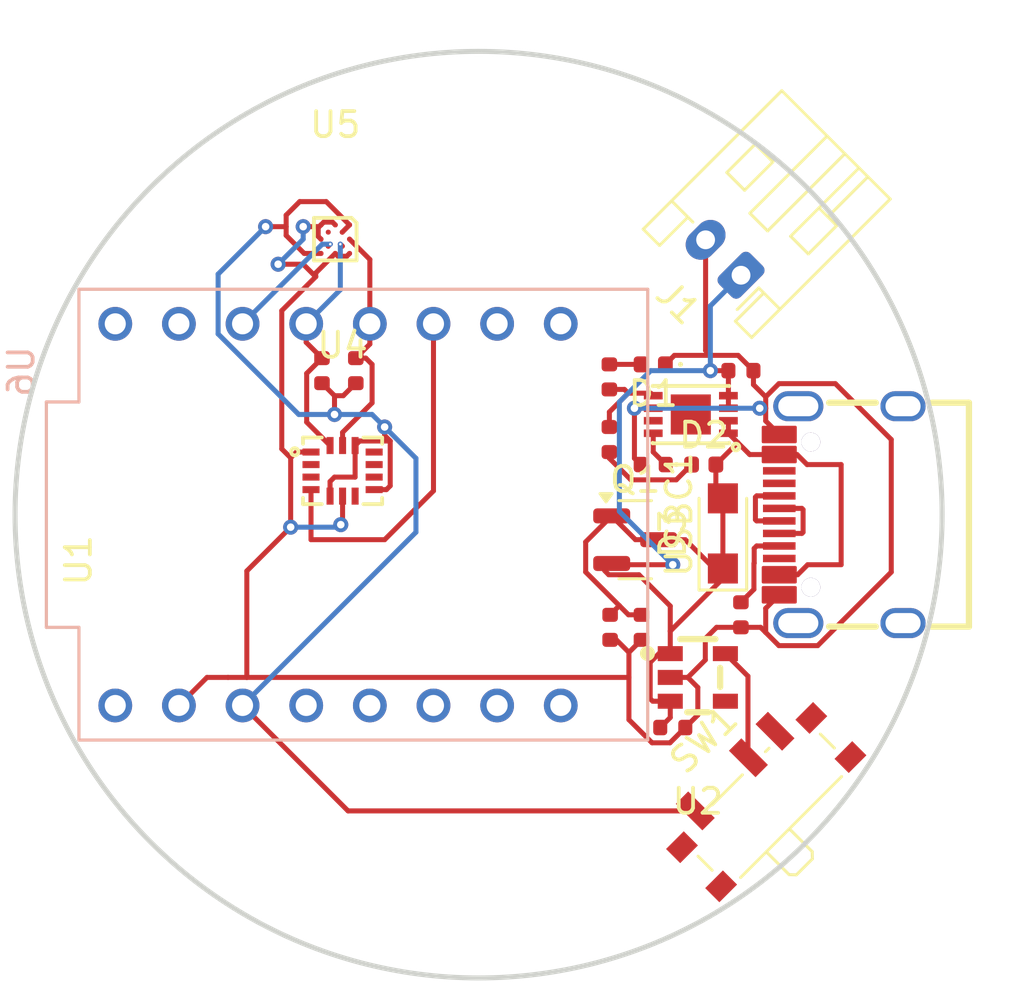
<source format=kicad_pcb>
(kicad_pcb (version 20241229) (generator "pcbnew") (generator_version "9.0")
  (layers (0 "F.Cu" signal) (2 "B.Cu" signal) (13 "F.Paste" user) (15 "B.Paste" user) (5 "F.SilkS" user "F.Silkscreen") (7 "B.SilkS" user "B.Silkscreen") (1 "F.Mask" user) (3 "B.Mask" user) (25 "Edge.Cuts" user))
  (net 0 "")
  (net 1 "GND")
  (net 2 "VBUS")
  (net 3 "VBAT")
  (net 4 "Net-(D1-A)")
  (net 5 "Net-(D2-K)")
  (net 6 "Net-(USBC1-CC1)")
  (net 7 "Net-(U1-PROG)")
  (net 8 "Net-(U1-STAT)")
  (net 9 "+3.3V")
  (net 11 "Net-(SW1-B)")
  (net 15 "D-")
  (net 17 "D+")
  (net 24 "VSH")
  (net 25 "Net-(U4-AP_SDA{slash}AP_SDIO{slash}AP_SDI)")
  (net 26 "Net-(U4-AP_SCL{slash}AP_SCLK)")
  (net 30 "Net-(U4-INT1{slash}INT)")
  (net 33 "Net-(U5-DRY)")
  (footprint "EasyEDA:USB-C_SMD-TYPE-C-31-M-12_1" (layer "F.Cu") (at 164.47 105 90)
    (property "Reference" "USBC1" (at 0 -6.47 90) (layer "F.SilkS"))
    (property "Value" "TYPE-C-31-M-12")
    (fp_line (start 4.47 1.38) (end 4.47 -0.48) (stroke (width 0.25)) (layer "F.SilkS"))
    (fp_line (start -4.47 1.38) (end -4.47 -0.48) (stroke (width 0.25)) (layer "F.SilkS"))
    (fp_line (start 4.47 5.1) (end 4.47 3.62) (stroke (width 0.25)) (layer "F.SilkS"))
    (fp_line (start 4.47 5.1) (end -4.47 5.1) (stroke (width 0.25)) (layer "F.SilkS"))
    (fp_line (start -4.47 5.1) (end -4.47 3.62) (stroke (width 0.25)) (layer "F.SilkS"))
    (pad "" thru_hole circle (at -2.9 -1.21 90) (size 0.75 0.75) (drill 0.75) (layers "*.Cu" "*.Mask"))
    (pad "" thru_hole circle (at 2.9 -1.21 90) (size 0.75 0.75) (drill 0.75) (layers "*.Cu" "*.Mask"))
    (pad "1" thru_hole oval (at 4.33 -1.71 90) (size 1.2 2) (drill oval 0.799998 1.599971) (layers "*.Cu" "*.Mask"))
    (pad "2" thru_hole oval (at 4.33 2.47 90) (size 1.2 1.8) (drill oval 0.799998 1.399997) (layers "*.Cu" "*.Mask"))
    (pad "3" thru_hole oval (at -4.33 2.47 90) (size 1.2 1.8) (drill oval 0.799998 1.399997) (layers "*.Cu" "*.Mask"))
    (pad "4" thru_hole oval (at -4.33 -1.71 90) (size 1.2 2) (drill oval 0.799998 1.600022) (layers "*.Cu" "*.Mask"))
    (pad "A1B12" smd custom (at -3.2 -2.47 90) (size 0.01 0.01) (layers "F.Cu" "F.Mask" "F.Paste") (net 1 "GND") (options (clearance outline) (anchor circle)) (primitives (gr_poly (pts (xy 0.3 0.65) (xy 0.3 -0.65) (xy 0 -0.65) (xy -0.3 -0.65) (xy -0.3 0.65) (xy 0 0.65) (xy 0.3 0.65)) (width 0.1) (fill yes))))
    (pad "A4B9" smd custom (at -2.4 -2.47 90) (size 0.01 0.01) (layers "F.Cu" "F.Mask" "F.Paste") (net 2 "VBUS") (options (clearance outline) (anchor circle)) (primitives (gr_poly (pts (xy 0.3 0.65) (xy 0.3 -0.65) (xy 0 -0.65) (xy -0.3 -0.65) (xy -0.3 0.65) (xy 0 0.65) (xy 0.3 0.65)) (width 0.1) (fill yes))))
    (pad "A5" smd rect (at -1.25 -2.47 90) (size 0.3 1.3) (layers "F.Cu" "F.Mask" "F.Paste") (net 6 "Net-(USBC1-CC1)"))
    (pad "A6" smd rect (at -0.25 -2.47 90) (size 0.3 1.3) (layers "F.Cu" "F.Mask" "F.Paste") (net 15 "D-"))
    (pad "A7" smd rect (at 0.25 -2.47 90) (size 0.3 1.3) (layers "F.Cu" "F.Mask" "F.Paste") (net 17 "D+"))
    (pad "A8" smd rect (at 1.25 -2.47 90) (size 0.3 1.3) (layers "F.Cu" "F.Mask" "F.Paste"))
    (pad "B1A12" smd custom (at 3.2 -2.47 90) (size 0.01 0.01) (layers "F.Cu" "F.Mask" "F.Paste") (net 1 "GND") (options (clearance outline) (anchor circle)) (primitives (gr_poly (pts (xy -0.3 -0.65) (xy -0.3 0.65) (xy -0.01 0.65) (xy 0 0.65) (xy 0.3 0.65) (xy 0.3 -0.65) (xy 0 -0.65) (xy -0.01 -0.65) (xy -0.3 -0.65)) (width 0.1) (fill yes))))
    (pad "B4A9" smd custom (at 2.4 -2.47 90) (size 0.01 0.01) (layers "F.Cu" "F.Mask" "F.Paste") (net 2 "VBUS") (options (clearance outline) (anchor circle)) (primitives (gr_poly (pts (xy 0.3 0.65) (xy 0.3 -0.65) (xy 0 -0.65) (xy -0.3 -0.65) (xy -0.3 0.65) (xy 0 0.65) (xy 0.3 0.65)) (width 0.1) (fill yes))))
    (pad "B5" smd rect (at 1.75 -2.47 90) (size 0.3 1.3) (layers "F.Cu" "F.Mask" "F.Paste"))
    (pad "B6" smd rect (at 0.75 -2.47 90) (size 0.3 1.3) (layers "F.Cu" "F.Mask" "F.Paste") (net 15 "D-"))
    (pad "B7" smd rect (at -0.75 -2.47 90) (size 0.3 1.3) (layers "F.Cu" "F.Mask" "F.Paste") (net 17 "D+"))
    (pad "B8" smd rect (at -1.75 -2.47 90) (size 0.3 1.3) (layers "F.Cu" "F.Mask" "F.Paste"))
  )
  (footprint "EasyEDA:SOT-23-5_L2.9-W1.6-P0.95-LS2.8-BR" (layer "F.Cu") (at 158.75 111.5 180)
    (property "Reference" "U2" (at 0 -4.95 0) (layer "F.SilkS"))
    (property "Value" "AP2112K-3.3TRG1_C23380830")
    (fp_line (start -0.42 -1.39) (end 0.42 -1.39) (stroke (width 0.25)) (layer "F.SilkS"))
    (fp_line (start -0.7 1.53) (end 0.7 1.53) (stroke (width 0.25)) (layer "F.SilkS"))
    (fp_line (start -0.89 0.38) (end -0.89 -0.38) (stroke (width 0.25)) (layer "F.SilkS"))
    (fp_circle (center 2.01 0.96) (end 2.16 0.96) (stroke (width 0.3)) (fill no) (layer "F.SilkS"))
    (pad "1" smd rect (at 1.1 0.95 270) (size 0.6 1) (layers "F.Cu" "F.Mask" "F.Paste") (net 24 "VSH"))
    (pad "2" smd rect (at 1.1 0 270) (size 0.6 1) (layers "F.Cu" "F.Mask" "F.Paste") (net 1 "GND"))
    (pad "3" smd rect (at 1.1 -0.95 270) (size 0.6 1) (layers "F.Cu" "F.Mask" "F.Paste") (net 24 "VSH"))
    (pad "4" smd rect (at -1.1 -0.95 270) (size 0.6 1) (layers "F.Cu" "F.Mask" "F.Paste"))
    (pad "5" smd rect (at -1.1 0.95 270) (size 0.6 1) (layers "F.Cu" "F.Mask" "F.Paste") (net 11 "Net-(SW1-B)"))
  )
  (footprint "EasyEDA:LGA-14_L3.0-W2.5-P0.50-TL" (layer "F.Cu") (at 144.572 103.25)
    (property "Reference" "U4" (at 0 -5.01 0) (layer "F.SilkS"))
    (property "Value" "ICM-45686")
    (fp_line (start -1.58 -1.33) (end -1.58 -1.08) (stroke (width 0.15)) (layer "F.SilkS"))
    (fp_line (start -1.58 1.33) (end -1.58 1.08) (stroke (width 0.15)) (layer "F.SilkS"))
    (fp_line (start -0.83 -1.33) (end -1.58 -1.33) (stroke (width 0.15)) (layer "F.SilkS"))
    (fp_line (start -0.83 1.33) (end -1.58 1.33) (stroke (width 0.15)) (layer "F.SilkS"))
    (fp_line (start 0.83 -1.33) (end 1.58 -1.33) (stroke (width 0.15)) (layer "F.SilkS"))
    (fp_line (start 0.83 1.33) (end 1.58 1.33) (stroke (width 0.15)) (layer "F.SilkS"))
    (fp_line (start 1.58 -1.33) (end 1.58 -1.08) (stroke (width 0.15)) (layer "F.SilkS"))
    (fp_line (start 1.58 1.33) (end 1.58 1.08) (stroke (width 0.15)) (layer "F.SilkS"))
    (fp_circle (center -1.91 -0.76) (end -1.84 -0.76) (stroke (width 0.15)) (fill no) (layer "F.SilkS"))
    (pad "1" smd rect (at -1.26 -0.75) (size 0.68 0.28) (layers "F.Cu" "F.Mask" "F.Paste") (net 1 "GND"))
    (pad "2" smd rect (at -1.26 -0.25) (size 0.68 0.28) (layers "F.Cu" "F.Mask" "F.Paste"))
    (pad "3" smd rect (at -1.26 0.25) (size 0.68 0.28) (layers "F.Cu" "F.Mask" "F.Paste"))
    (pad "4" smd rect (at -1.26 0.75) (size 0.68 0.28) (layers "F.Cu" "F.Mask" "F.Paste") (net 30 "Net-(U4-INT1{slash}INT)"))
    (pad "5" smd rect (at -0.5 1.01) (size 0.28 0.68) (layers "F.Cu" "F.Mask" "F.Paste") (net 9 "+3.3V"))
    (pad "6" smd rect (at 0 1.01) (size 0.28 0.68) (layers "F.Cu" "F.Mask" "F.Paste") (net 1 "GND"))
    (pad "7" smd rect (at 0.5 1.01) (size 0.28 0.68) (layers "F.Cu" "F.Mask" "F.Paste"))
    (pad "8" smd rect (at 1.26 0.75) (size 0.68 0.28) (layers "F.Cu" "F.Mask" "F.Paste") (net 9 "+3.3V"))
    (pad "9" smd rect (at 1.26 0.25) (size 0.68 0.28) (layers "F.Cu" "F.Mask" "F.Paste"))
    (pad "10" smd rect (at 1.26 -0.25) (size 0.68 0.28) (layers "F.Cu" "F.Mask" "F.Paste"))
    (pad "11" smd rect (at 1.26 -0.75) (size 0.68 0.28) (layers "F.Cu" "F.Mask" "F.Paste"))
    (pad "12" smd rect (at 0.5 -1.01) (size 0.28 0.68) (layers "F.Cu" "F.Mask" "F.Paste") (net 9 "+3.3V"))
    (pad "13" smd rect (at 0 -1.01) (size 0.28 0.68) (layers "F.Cu" "F.Mask" "F.Paste") (net 26 "Net-(U4-AP_SCL{slash}AP_SCLK)"))
    (pad "14" smd rect (at -0.5 -1.01) (size 0.28 0.68) (layers "F.Cu" "F.Mask" "F.Paste") (net 25 "Net-(U4-AP_SDA{slash}AP_SDIO{slash}AP_SDI)"))
  )
  (footprint "EasyEDA:WLCSP-12_L1.6-W1.6_BMM150" (layer "F.Cu") (at 144.28 94)
    (property "Reference" "U5" (at 0 -4.57 0) (layer "F.SilkS"))
    (property "Value" "BMM150")
    (fp_line (start -0.85 -0.85) (end 0.65 -0.85) (stroke (width 0.15)) (layer "F.SilkS"))
    (fp_line (start -0.85 0.85) (end -0.85 -0.85) (stroke (width 0.15)) (layer "F.SilkS"))
    (fp_line (start -0.85 0.85) (end 0.85 0.85) (stroke (width 0.15)) (layer "F.SilkS"))
    (fp_line (start 0.65 -0.85) (end 0.85 -0.65) (stroke (width 0.15)) (layer "F.SilkS"))
    (fp_line (start 0.85 -0.65) (end 0.85 -0.05) (stroke (width 0.15)) (layer "F.SilkS"))
    (fp_line (start 0.85 0.85) (end 0.85 -0.1) (stroke (width 0.15)) (layer "F.SilkS"))
    (pad "A1" smd circle (at 0.57 -0.57) (size 0.2 0.2) (layers "F.Cu" "F.Mask" "F.Paste") (net 9 "+3.3V"))
    (pad "A3" smd circle (at 0.57 0) (size 0.2 0.2) (layers "F.Cu" "F.Mask" "F.Paste") (net 26 "Net-(U4-AP_SCL{slash}AP_SCLK)"))
    (pad "A5" smd circle (at 0.57 0.57) (size 0.2 0.2) (layers "F.Cu" "F.Mask" "F.Paste") (net 1 "GND"))
    (pad "B2" smd circle (at 0.28 -0.28) (size 0.2 0.2) (layers "F.Cu" "F.Mask" "F.Paste") (net 9 "+3.3V"))
    (pad "B4" smd circle (at 0.28 0.28) (size 0.2 0.2) (layers "F.Cu" "F.Mask" "F.Paste") (net 25 "Net-(U4-AP_SDA{slash}AP_SDIO{slash}AP_SDI)"))
    (pad "C1" smd circle (at 0 -0.57) (size 0.2 0.2) (layers "F.Cu" "F.Mask" "F.Paste") (net 1 "GND"))
    (pad "C5" smd circle (at 0 0.57) (size 0.2 0.2) (layers "F.Cu" "F.Mask" "F.Paste") (net 1 "GND"))
    (pad "D2" smd circle (at -0.28 -0.28) (size 0.2 0.2) (layers "F.Cu" "F.Mask" "F.Paste"))
    (pad "D4" smd circle (at -0.28 0.28) (size 0.2 0.2) (layers "F.Cu" "F.Mask" "F.Paste") (net 33 "Net-(U5-DRY)"))
    (pad "E1" smd circle (at -0.57 -0.57) (size 0.2 0.2) (layers "F.Cu" "F.Mask" "F.Paste") (net 1 "GND"))
    (pad "E3" smd circle (at -0.57 0) (size 0.2 0.2) (layers "F.Cu" "F.Mask" "F.Paste") (net 1 "GND"))
    (pad "E5" smd circle (at -0.57 0.57) (size 0.2 0.2) (layers "F.Cu" "F.Mask" "F.Paste") (net 9 "+3.3V"))
  )
  (footprint "PCM_JLCPCB:C_0402" (layer "F.Cu") (at 157.75 113.5)
    (property "Reference" "C3" (hide yes))
    (property "Value" "10µF")
    (pad "1" smd roundrect (at -0.5 0) (size 0.56 0.62) (layers "F.Cu" "F.Mask" "F.Paste") (net 24 "VSH"))
    (pad "2" smd roundrect (at 0.5 0) (size 0.56 0.62) (layers "F.Cu" "F.Mask" "F.Paste") (net 1 "GND"))
  )
  (footprint "LED_SMD:LED_0402_1005Metric" (layer "F.Cu") (at 156.97 99 180)
    (property "Reference" "D1" (at 0 -1.17 0) (layer "F.SilkS"))
    (property "Value" "LED")
    (fp_circle (center -1.09 0) (end -1.04 0) (stroke (width 0.1)) (fill no) (layer "F.SilkS"))
    (pad "1" smd roundrect (at -0.485 0 180) (size 0.59 0.64) (layers "F.Cu" "F.Mask" "F.Paste") (net 1 "GND"))
    (pad "2" smd roundrect (at 0.485 0 180) (size 0.59 0.64) (layers "F.Cu" "F.Mask" "F.Paste") (net 4 "Net-(D1-A)"))
  )
  (footprint "PCM_JLCPCB:R_0402" (layer "F.Cu") (at 156.97 103 180)
    (property "Reference" "R2" (hide yes))
    (property "Value" "2kΩ" (hide yes))
    (pad "1" smd roundrect (at -0.5 0 180) (size 0.56 0.62) (layers "F.Cu" "F.Mask" "F.Paste") (net 7 "Net-(U1-PROG)"))
    (pad "2" smd roundrect (at 0.5 0 180) (size 0.56 0.62) (layers "F.Cu" "F.Mask" "F.Paste") (net 1 "GND"))
  )
  (footprint "Button_Switch_SMD:SW_SPDT_PCM12" (layer "F.Cu") (at 161.25 116.25 45)
    (property "Reference" "SW1" (at 0 -3.2 45) (layer "F.SilkS"))
    (property "Value" "SW_SPDT")
    (fp_line (start -3.45 -0.07) (end -3.45 0.719999) (stroke (width 0.12)) (layer "F.SilkS"))
    (fp_line (start -1.6 -1.12) (end 0.1 -1.12) (stroke (width 0.12)) (layer "F.SilkS"))
    (fp_line (start -2.85 1.73) (end 2.85 1.73) (stroke (width 0.12)) (layer "F.SilkS"))
    (fp_line (start 1.4 -1.12) (end 1.6 -1.12) (stroke (width 0.12)) (layer "F.SilkS"))
    (fp_line (start -1.4 1.73) (end -1.4 3.02) (stroke (width 0.12)) (layer "F.SilkS"))
    (fp_line (start -1.4 3.02) (end -1.2 3.23) (stroke (width 0.12)) (layer "F.SilkS"))
    (fp_line (start -1.2 3.23) (end -0.3 3.23) (stroke (width 0.12)) (layer "F.SilkS"))
    (fp_line (start -0.1 3.02) (end -0.1 1.73) (stroke (width 0.12)) (layer "F.SilkS"))
    (fp_line (start -0.1 3.02) (end -0.3 3.23) (stroke (width 0.12)) (layer "F.SilkS"))
    (fp_line (start 3.45 0.719999) (end 3.45 -0.07) (stroke (width 0.12)) (layer "F.SilkS"))
    (pad "" smd rect (at -3.65 -0.78 45) (size 1 0.8) (layers "F.Cu" "F.Mask" "F.Paste"))
    (pad "" smd rect (at -3.65 1.43 45) (size 1 0.8) (layers "F.Cu" "F.Mask" "F.Paste"))
    (pad "" np_thru_hole circle (at -1.5 0.33 45) (size 0.9 0.9) (drill 0.9) (layers "*.Cu" "*.Mask"))
    (pad "" np_thru_hole circle (at 1.5 0.33 45) (size 0.9 0.9) (drill 0.9) (layers "*.Cu" "*.Mask"))
    (pad "" smd rect (at 3.65 -0.78 45) (size 1 0.8) (layers "F.Cu" "F.Mask" "F.Paste"))
    (pad "" smd rect (at 3.65 1.43 45) (size 1 0.8) (layers "F.Cu" "F.Mask" "F.Paste"))
    (pad "1" smd rect (at -2.25 -1.43 45) (size 0.7 1.5) (layers "F.Cu" "F.Mask" "F.Paste") (net 9 "+3.3V"))
    (pad "2" smd rect (at 0.75 -1.43 45) (size 0.7 1.5) (layers "F.Cu" "F.Mask" "F.Paste") (net 11 "Net-(SW1-B)"))
    (pad "3" smd rect (at 2.25 -1.43 45) (size 0.7 1.5) (layers "F.Cu" "F.Mask" "F.Paste"))
  )
  (footprint "LED_SMD:LED_0402_1005Metric" (layer "F.Cu") (at 158.985 103)
    (property "Reference" "D2" (at 0 -1.17 0) (layer "F.SilkS"))
    (property "Value" "LED")
    (fp_circle (center -1.09 0) (end -1.04 0) (stroke (width 0.1)) (fill no) (layer "F.SilkS"))
    (pad "1" smd roundrect (at -0.485 0) (size 0.59 0.64) (layers "F.Cu" "F.Mask" "F.Paste") (net 5 "Net-(D2-K)"))
    (pad "2" smd roundrect (at 0.485 0) (size 0.59 0.64) (layers "F.Cu" "F.Mask" "F.Paste") (net 2 "VBUS"))
  )
  (footprint "PCM_JLCPCB:R_0402" (layer "F.Cu") (at 145.1 99.25 90)
    (property "Reference" "R7" (hide yes))
    (property "Value" "4.7kΩ" (hide yes))
    (pad "1" smd roundrect (at -0.5 0 90) (size 0.56 0.62) (layers "F.Cu" "F.Mask" "F.Paste") (net 9 "+3.3V"))
    (pad "2" smd roundrect (at 0.5 0 90) (size 0.56 0.62) (layers "F.Cu" "F.Mask" "F.Paste") (net 26 "Net-(U4-AP_SCL{slash}AP_SCLK)"))
  )
  (footprint "PCM_JLCPCB:R_0402" (layer "F.Cu") (at 155.22 102 90)
    (property "Reference" "R3" (hide yes))
    (property "Value" "1kΩ" (hide yes))
    (pad "1" smd roundrect (at -0.5 0 90) (size 0.56 0.62) (layers "F.Cu" "F.Mask" "F.Paste") (net 5 "Net-(D2-K)"))
    (pad "2" smd roundrect (at 0.5 0 90) (size 0.56 0.62) (layers "F.Cu" "F.Mask" "F.Paste") (net 8 "Net-(U1-STAT)"))
  )
  (footprint "EasyEDA:TDFN-8_L3.0-W2.0-P0.50-BL-EP1.6" (layer "F.Cu") (at 158.47 101 90)
    (property "Reference" "U1" (at -5.825 -24.44 270) (layer "F.SilkS"))
    (property "Value" "MCP73831-2ACI/MC")
    (fp_line (start 1.14 -1.52) (end 1.13 -1.52) (stroke (width 0.15)) (layer "F.SilkS"))
    (fp_line (start -1.13 -1.52) (end -1.15 -1.52) (stroke (width 0.15)) (layer "F.SilkS"))
    (fp_line (start -1.15 -1.52) (end -1.15 1.53) (stroke (width 0.15)) (layer "F.SilkS"))
    (fp_line (start 1.14 1.53) (end 1.14 -1.52) (stroke (width 0.15)) (layer "F.SilkS"))
    (fp_line (start 1.13 1.53) (end 1.14 1.53) (stroke (width 0.15)) (layer "F.SilkS"))
    (fp_line (start -1.15 1.53) (end -1.13 1.53) (stroke (width 0.15)) (layer "F.SilkS"))
    (fp_circle (center -1.3 1.8) (end -1.24 1.8) (stroke (width 0.15)) (fill no) (layer "F.SilkS"))
    (pad "1" smd rect (at -0.75 1.5 180) (size 0.75 0.3) (layers "F.Cu" "F.Mask" "F.Paste") (net 2 "VBUS"))
    (pad "2" smd rect (at -0.25 1.5 180) (size 0.75 0.3) (layers "F.Cu" "F.Mask" "F.Paste") (net 2 "VBUS"))
    (pad "3" smd rect (at 0.25 1.5 180) (size 0.75 0.3) (layers "F.Cu" "F.Mask" "F.Paste") (net 3 "VBAT"))
    (pad "4" smd rect (at 0.75 1.5 180) (size 0.75 0.3) (layers "F.Cu" "F.Mask" "F.Paste") (net 3 "VBAT"))
    (pad "5" smd rect (at 0.75 -1.5 180) (size 0.75 0.3) (layers "F.Cu" "F.Mask" "F.Paste") (net 8 "Net-(U1-STAT)"))
    (pad "6" smd rect (at 0.25 -1.5 180) (size 0.75 0.3) (layers "F.Cu" "F.Mask" "F.Paste") (net 1 "GND"))
    (pad "7" smd rect (at -0.25 -1.5 180) (size 0.75 0.3) (layers "F.Cu" "F.Mask" "F.Paste"))
    (pad "8" smd rect (at -0.75 -1.5 180) (size 0.75 0.3) (layers "F.Cu" "F.Mask" "F.Paste") (net 7 "Net-(U1-PROG)"))
    (pad "9" smd rect (at 0 0 180) (size 1.6 1.6) (layers "F.Cu" "F.Mask" "F.Paste"))
  )
  (footprint "Diode_SMD:Nexperia_CFP3_SOD-123W" (layer "F.Cu") (at 159.75 105.75 90)
    (property "Reference" "D3" (at 0 -2 90) (layer "F.SilkS"))
    (property "Value" "PMEG4020ER")
    (fp_line (start -2.26 -0.95) (end 1.4 -0.95) (stroke (width 0.12)) (layer "F.SilkS"))
    (fp_line (start -2.26 -0.95) (end -2.26 0.95) (stroke (width 0.12)) (layer "F.SilkS"))
    (fp_line (start -2.26 0.95) (end 1.4 0.95) (stroke (width 0.12)) (layer "F.SilkS"))
    (pad "1" smd rect (at -1.4 0 90) (size 1.2 1.2) (layers "F.Cu" "F.Mask" "F.Paste") (net 24 "VSH"))
    (pad "2" smd rect (at 1.4 0 90) (size 1.2 1.2) (layers "F.Cu" "F.Mask" "F.Paste") (net 2 "VBUS"))
  )
  (footprint "Package_TO_SOT_SMD:SOT-23" (layer "F.Cu") (at 156.25 106)
    (property "Reference" "Q1" (at 0 -2.4 0) (layer "F.SilkS"))
    (property "Value" "BSS84")
    (fp_line (start 0 -1.56) (end -0.65 -1.56) (stroke (width 0.12)) (layer "F.SilkS"))
    (fp_line (start 0 -1.56) (end 0.65 -1.56) (stroke (width 0.12)) (layer "F.SilkS"))
    (fp_line (start 0 1.56) (end -0.65 1.56) (stroke (width 0.12)) (layer "F.SilkS"))
    (fp_line (start 0 1.56) (end 0.65 1.56) (stroke (width 0.12)) (layer "F.SilkS"))
    (fp_poly (pts (xy -1.1625 -1.51) (xy -1.4025 -1.84) (xy -0.9225 -1.84)) (stroke (width 0.12)) (fill yes) (layer "F.SilkS"))
    (pad "1" smd roundrect (at -0.9375 -0.95) (size 1.475 0.6) (layers "F.Cu" "F.Mask" "F.Paste") (net 2 "VBUS"))
    (pad "2" smd roundrect (at -0.9375 0.95) (size 1.475 0.6) (layers "F.Cu" "F.Mask" "F.Paste") (net 24 "VSH"))
    (pad "3" smd roundrect (at 0.9375 0) (size 1.475 0.6) (layers "F.Cu" "F.Mask" "F.Paste") (net 3 "VBAT"))
  )
  (footprint "PCM_JLCPCB:C_0402" (layer "F.Cu") (at 155.25 109.5 90)
    (property "Reference" "C1" (hide yes))
    (property "Value" "10µF")
    (pad "1" smd roundrect (at -0.5 0 90) (size 0.56 0.62) (layers "F.Cu" "F.Mask" "F.Paste") (net 1 "GND"))
    (pad "2" smd roundrect (at 0.5 0 90) (size 0.56 0.62) (layers "F.Cu" "F.Mask" "F.Paste") (net 2 "VBUS"))
  )
  (footprint "PCM_JLCPCB:C_0402" (layer "F.Cu") (at 160.47 99.25)
    (property "Reference" "C2" (hide yes))
    (property "Value" "10µF")
    (pad "1" smd roundrect (at -0.5 0) (size 0.56 0.62) (layers "F.Cu" "F.Mask" "F.Paste") (net 3 "VBAT"))
    (pad "2" smd roundrect (at 0.5 0) (size 0.56 0.62) (layers "F.Cu" "F.Mask" "F.Paste") (net 1 "GND"))
  )
  (footprint "PCM_JLCPCB:R_0402" (layer "F.Cu") (at 156.5 109.5 -90)
    (property "Reference" "R5" (hide yes))
    (property "Value" "100kΩ" (hide yes))
    (pad "1" smd roundrect (at -0.5 0 270) (size 0.56 0.62) (layers "F.Cu" "F.Mask" "F.Paste") (net 2 "VBUS"))
    (pad "2" smd roundrect (at 0.5 0 270) (size 0.56 0.62) (layers "F.Cu" "F.Mask" "F.Paste") (net 1 "GND"))
  )
  (footprint "PCM_JLCPCB:R_0402" (layer "F.Cu") (at 143.75 99.25 90)
    (property "Reference" "R6" (hide yes))
    (property "Value" "4.7kΩ" (hide yes))
    (pad "1" smd roundrect (at -0.5 0 90) (size 0.56 0.62) (layers "F.Cu" "F.Mask" "F.Paste") (net 9 "+3.3V"))
    (pad "2" smd roundrect (at 0.5 0 90) (size 0.56 0.62) (layers "F.Cu" "F.Mask" "F.Paste") (net 25 "Net-(U4-AP_SDA{slash}AP_SDIO{slash}AP_SDI)"))
  )
  (footprint "PCM_JLCPCB:R_0402" (layer "F.Cu") (at 160.47 109 90)
    (property "Reference" "R1" (hide yes))
    (property "Value" "5.1kΩ" (hide yes))
    (pad "1" smd roundrect (at -0.5 0 90) (size 0.56 0.62) (layers "F.Cu" "F.Mask" "F.Paste") (net 1 "GND"))
    (pad "2" smd roundrect (at 0.5 0 90) (size 0.56 0.62) (layers "F.Cu" "F.Mask" "F.Paste") (net 6 "Net-(USBC1-CC1)"))
  )
  (footprint "Connector_JST:JST_PH_S2B-PH-K_1x02_P2.00mm_Horizontal" (layer "F.Cu") (at 160.474696 95.439519 135)
    (property "Reference" "J1" (at 1 -2.55 135) (layer "F.SilkS"))
    (property "Value" "Conn_01x02_Pin")
    (fp_line (start 4.06 -1.459999) (end 3.14 -1.46) (stroke (width 0.12)) (layer "F.SilkS"))
    (fp_line (start 3.14 -1.46) (end 3.14 0.14) (stroke (width 0.12)) (layer "F.SilkS"))
    (fp_line (start 4.06 0.139999) (end 3.14 0.14) (stroke (width 0.12)) (layer "F.SilkS"))
    (fp_line (start 3.14 0.14) (end 2.859999 0.14) (stroke (width 0.12)) (layer "F.SilkS"))
    (fp_line (start 3.299999 2.5) (end 3.3 4.1) (stroke (width 0.12)) (layer "F.SilkS"))
    (fp_line (start -1.14 -1.46) (end -2.06 -1.46) (stroke (width 0.12)) (layer "F.SilkS"))
    (fp_line (start 2.300001 2.5) (end 3.299999 2.5) (stroke (width 0.12)) (layer "F.SilkS"))
    (fp_line (start 1.5 2) (end 1.5 6.36) (stroke (width 0.12)) (layer "F.SilkS"))
    (fp_line (start -2.06 -1.46) (end -2.06 6.36) (stroke (width 0.12)) (layer "F.SilkS"))
    (fp_line (start 3.3 4.1) (end 2.3 4.1) (stroke (width 0.12)) (layer "F.SilkS"))
    (fp_line (start -0.86 0.14) (end -0.86 -1.075) (stroke (width 0.12)) (layer "F.SilkS"))
    (fp_line (start -0.86 0.14) (end -1.14 0.14) (stroke (width 0.12)) (layer "F.SilkS"))
    (fp_line (start -1.14 0.14) (end -1.14 -1.46) (stroke (width 0.12)) (layer "F.SilkS"))
    (fp_line (start 0.5 2) (end 1.5 2) (stroke (width 0.12)) (layer "F.SilkS"))
    (fp_line (start 2.3 4.1) (end 2.300001 2.5) (stroke (width 0.12)) (layer "F.SilkS"))
    (fp_line (start -2.06 0.14) (end -1.14 0.14) (stroke (width 0.12)) (layer "F.SilkS"))
    (fp_line (start 4.06 6.360001) (end 4.06 -1.459999) (stroke (width 0.12)) (layer "F.SilkS"))
    (fp_line (start -0.3 2.5) (end -1.3 2.5) (stroke (width 0.12)) (layer "F.SilkS"))
    (fp_line (start -1.3 2.5) (end -1.3 4.1) (stroke (width 0.12)) (layer "F.SilkS"))
    (fp_line (start -0.3 4.1) (end -0.3 2.5) (stroke (width 0.12)) (layer "F.SilkS"))
    (fp_line (start -0.3 4.1) (end -0.3 6.36) (stroke (width 0.12)) (layer "F.SilkS"))
    (fp_line (start -0.8 4.1) (end -0.8 6.360001) (stroke (width 0.12)) (layer "F.SilkS"))
    (fp_line (start -1.3 4.1) (end -0.3 4.1) (stroke (width 0.12)) (layer "F.SilkS"))
    (fp_line (start 0.5 6.360001) (end 0.5 2) (stroke (width 0.12)) (layer "F.SilkS"))
    (fp_line (start -2.06 6.36) (end 4.06 6.360001) (stroke (width 0.12)) (layer "F.SilkS"))
    (pad "1" thru_hole roundrect (at 0 0 135) (size 1.2 1.75) (drill 0.75) (layers "*.Cu" "*.Mask") (roundrect_rratio 0.208333) (net 3 "VBAT"))
    (pad "2" thru_hole oval (at 2.000001 0 135) (size 1.2 1.75) (drill 0.75) (layers "*.Cu" "*.Mask") (net 1 "GND"))
  )
  (footprint "PCM_JLCPCB:R_0402" (layer "F.Cu") (at 155.22 99.5 -90)
    (property "Reference" "R4" (hide yes))
    (property "Value" "1kΩ" (hide yes))
    (pad "1" smd roundrect (at -0.5 0 270) (size 0.56 0.62) (layers "F.Cu" "F.Mask" "F.Paste") (net 4 "Net-(D1-A)"))
    (pad "2" smd roundrect (at 0.5 0 270) (size 0.56 0.62) (layers "F.Cu" "F.Mask" "F.Paste") (net 8 "Net-(U1-STAT)"))
  )
  (footprint "esp32:MODULE_ESP32-C3_SUPERMINI_TH" (layer "B.Cu") (at 145.4 105 -90)
    (property "Reference" "U6" (at -5.715 13.6525 90) (layer "B.SilkS") (effects (justify mirror)))
    (property "Value" "ESP32-C3_SUPERMINI_TH")
    (fp_line (start -4.5 12.65) (end -4.5 11.35) (stroke (width 0.127)) (layer "B.SilkS"))
    (fp_line (start 4.5 12.65) (end -4.5 12.65) (stroke (width 0.127)) (layer "B.SilkS"))
    (fp_line (start 4.5 12.65) (end 4.5 11.35) (stroke (width 0.127)) (layer "B.SilkS"))
    (fp_line (start -4.5 11.35) (end -9 11.35) (stroke (width 0.127)) (layer "B.SilkS"))
    (fp_line (start 9 11.35) (end 4.5 11.35) (stroke (width 0.127)) (layer "B.SilkS"))
    (fp_line (start -9 -11.35) (end -9 11.35) (stroke (width 0.127)) (layer "B.SilkS"))
    (fp_line (start 9 -11.35) (end 9 11.35) (stroke (width 0.127)) (layer "B.SilkS"))
    (fp_line (start 9 -11.35) (end -9 -11.35) (stroke (width 0.127)) (layer "B.SilkS"))
    (pad "0" thru_hole circle (at 7.62 -7.88 270) (size 1.348 1.348) (drill 0.84) (layers "*.Cu" "*.Mask"))
    (pad "1" thru_hole circle (at 7.62 -5.34 270) (size 1.348 1.348) (drill 0.84) (layers "*.Cu" "*.Mask"))
    (pad "2" thru_hole circle (at 7.62 -2.8 270) (size 1.348 1.348) (drill 0.84) (layers "*.Cu" "*.Mask"))
    (pad "3" thru_hole circle (at 7.62 -0.26 270) (size 1.348 1.348) (drill 0.84) (layers "*.Cu" "*.Mask"))
    (pad "3.3" thru_hole circle (at 7.62 4.82 270) (size 1.348 1.348) (drill 0.84) (layers "*.Cu" "*.Mask") (net 9 "+3.3V"))
    (pad "4" thru_hole circle (at 7.62 2.28 270) (size 1.348 1.348) (drill 0.84) (layers "*.Cu" "*.Mask"))
    (pad "5" thru_hole circle (at -7.62 9.9 270) (size 1.348 1.348) (drill 0.84) (layers "*.Cu" "*.Mask"))
    (pad "5V" thru_hole circle (at 7.62 9.9 270) (size 1.348 1.348) (drill 0.84) (layers "*.Cu" "*.Mask"))
    (pad "6" thru_hole circle (at -7.62 7.36 270) (size 1.348 1.348) (drill 0.84) (layers "*.Cu" "*.Mask"))
    (pad "7" thru_hole circle (at -7.62 4.82 270) (size 1.348 1.348) (drill 0.84) (layers "*.Cu" "*.Mask") (net 33 "Net-(U5-DRY)"))
    (pad "8" thru_hole circle (at -7.62 2.28 270) (size 1.348 1.348) (drill 0.84) (layers "*.Cu" "*.Mask") (net 25 "Net-(U4-AP_SDA{slash}AP_SDIO{slash}AP_SDI)"))
    (pad "9" thru_hole circle (at -7.62 -0.26 270) (size 1.348 1.348) (drill 0.84) (layers "*.Cu" "*.Mask") (net 26 "Net-(U4-AP_SCL{slash}AP_SCLK)"))
    (pad "10" thru_hole circle (at -7.62 -2.8 270) (size 1.348 1.348) (drill 0.84) (layers "*.Cu" "*.Mask") (net 30 "Net-(U4-INT1{slash}INT)"))
    (pad "20" thru_hole circle (at -7.62 -5.34 270) (size 1.348 1.348) (drill 0.84) (layers "*.Cu" "*.Mask"))
    (pad "21" thru_hole circle (at -7.62 -7.88 270) (size 1.348 1.348) (drill 0.84) (layers "*.Cu" "*.Mask"))
    (pad "G" thru_hole circle (at 7.62 7.36 270) (size 1.348 1.348) (drill 0.84) (layers "*.Cu" "*.Mask") (net 1 "GND"))
  )
  (gr_circle (center 150 105) (end 168.5 105) (stroke (width 0.2)) (fill no) (layer "Edge.Cuts"))
  (segment (start 161.459 100.75) (end 161.459 100.296794) (width 0.2) (layer "F.Cu") (net 1))
  (segment (start 166.47 107.294206) (end 163.533206 110.231) (width 0.2) (layer "F.Cu") (net 1))
  (segment (start 159.060482 94.025305) (end 159.060482 98.449482) (width 0.2) (layer "F.Cu") (net 1))
  (segment (start 161.986794 110.231) (end 161.459 109.703206) (width 0.2) (layer "F.Cu") (net 1))
  (segment (start 159.060482 98.449482) (end 159.25 98.639) (width 0.2) (layer "F.Cu") (net 1))
  (segment (start 144.5 105.4) (end 144.572 105.328) (width 0.2) (layer "F.Cu") (net 1))
  (segment (start 161.459 100.296794) (end 161.986794 99.769) (width 0.2) (layer "F.Cu") (net 1))
  (segment (start 143.71 93.43) (end 143.821 93.319) (width 0.2) (layer "F.Cu") (net 1))
  (segment (start 143.558 93.5) (end 143 93.5) (width 0.2) (layer "F.Cu") (net 1))
  (segment (start 161.986794 99.769) (end 164.239 99.769) (width 0.2) (layer "F.Cu") (net 1))
  (segment (start 142.145 102.375) (end 142.145 96.855) (width 0.2) (layer "F.Cu") (net 1))
  (segment (start 161.459 108.741) (end 162 108.2) (width 0.2) (layer "F.Cu") (net 1))
  (segment (start 139.16 111.5) (end 138.04 112.62) (width 0.2) (layer "F.Cu") (net 1))
  (segment (start 157.639 114.111) (end 158.25 113.5) (width 0.2) (layer "F.Cu") (net 1))
  (segment (start 161.22 100.75) (end 161.459 100.75) (width 0.2) (layer "F.Cu") (net 1))
  (segment (start 163.533206 110.231) (end 161.986794 110.231) (width 0.2) (layer "F.Cu") (net 1))
  (segment (start 144.28 94.57) (end 144.391 94.681) (width 0.2) (layer "F.Cu") (net 1))
  (segment (start 144.739 94.681) (end 144.85 94.57) (width 0.2) (layer "F.Cu") (net 1))
  (segment (start 143.5 95.35) (end 144.28 94.57) (width 0.2) (layer "F.Cu") (net 1))
  (segment (start 140.75 111.5) (end 140.75 107.25) (width 0.2) (layer "F.Cu") (net 1))
  (segment (start 144.572 105.328) (end 144.572 104.26) (width 0.2) (layer "F.Cu") (net 1))
  (segment (start 143.599 93.541) (end 143.558 93.5) (width 0.2) (layer "F.Cu") (net 1))
  (segment (start 161.459 101.259) (end 161.459 100.75) (width 0.2) (layer "F.Cu") (net 1))
  (segment (start 143.599 93.889) (end 143.71 94) (width 0.2) (layer "F.Cu") (net 1))
  (segment (start 156 113.18755) (end 156.92345 114.111) (width 0.2) (layer "F.Cu") (net 1))
  (segment (start 160.97 99.807794) (end 161.459 100.296794) (width 0.2) (layer "F.Cu") (net 1))
  (segment (start 142.5 102.73) (end 142.5 105.5) (width 0.2) (layer "F.Cu") (net 1))
  (segment (start 144.169 93.319) (end 144.28 93.43) (width 0.2) (layer "F.Cu") (net 1))
  (segment (start 143.5 95.5) (end 143 95) (width 0.2) (layer "F.Cu") (net 1))
  (segment (start 160.359 98.639) (end 160.97 99.25) (width 0.2) (layer "F.Cu") (net 1))
  (segment (start 143.312 102.5) (end 142.73 102.5) (width 0.2) (layer "F.Cu") (net 1))
  (segment (start 157.816 98.639) (end 159.25 98.639) (width 0.2) (layer "F.Cu") (net 1))
  (segment (start 142.5 102.73) (end 142.145 102.375) (width 0.2) (layer "F.Cu") (net 1))
  (segment (start 157.65 111.5) (end 158.35 111.5) (width 0.2) (layer "F.Cu") (net 1))
  (segment (start 156.22 100.75) (end 156.22 102.75) (width 0.2) (layer "F.Cu") (net 1))
  (segment (start 156.22 102.75) (end 156.47 103) (width 0.2) (layer "F.Cu") (net 1))
  (segment (start 160.47 109.5) (end 161.255794 109.5) (width 0.2) (layer "F.Cu") (net 1))
  (segment (start 140.75 107.25) (end 142.5 105.5) (width 0.2) (layer "F.Cu") (net 1))
  (segment (start 159.049 109.949) (end 159.498 109.5) (width 0.2) (layer "F.Cu") (net 1))
  (segment (start 140 111.5) (end 139.16 111.5) (width 0.2) (layer "F.Cu") (net 1))
  (segment (start 159.25 98.639) (end 160.359 98.639) (width 0.2) (layer "F.Cu") (net 1))
  (segment (start 156.92345 114.111) (end 157.639 114.111) (width 0.2) (layer "F.Cu") (net 1))
  (segment (start 156 111.5) (end 140.75 111.5) (width 0.2) (layer "F.Cu") (net 1))
  (segment (start 158.35 111.5) (end 159.049 110.801) (width 0.2) (layer "F.Cu") (net 1))
  (segment (start 155.25 110) (end 155.5 110) (width 0.2) (layer "F.Cu") (net 1))
  (segment (start 164.239 99.769) (end 166.47 102) (width 0.2) (layer "F.Cu") (net 1))
  (segment (start 158.75 113) (end 158.75 111.9) (width 0.2) (layer "F.Cu") (net 1))
  (segment (start 143.599 93.541) (end 143.599 93.889) (width 0.2) (layer "F.Cu") (net 1))
  (segment (start 166.47 102) (end 166.47 107.294206) (width 0.2) (layer "F.Cu") (net 1))
  (segment (start 142.145 96.855) (end 143.5 95.5) (width 0.2) (layer "F.Cu") (net 1))
  (segment (start 143.71 93.43) (end 143.599 93.541) (width 0.2) (layer "F.Cu") (net 1))
  (segment (start 143 95) (end 142 95) (width 0.2) (layer "F.Cu") (net 1))
  (segment (start 143.5 95.5) (end 143.5 95.35) (width 0.2) (layer "F.Cu") (net 1))
  (segment (start 156.5 110) (end 156 110.5) (width 0.2) (layer "F.Cu") (net 1))
  (segment (start 158.75 111.9) (end 158.35 111.5) (width 0.2) (layer "F.Cu") (net 1))
  (segment (start 156 111.5) (end 156 113.18755) (width 0.2) (layer "F.Cu") (net 1))
  (segment (start 140.75 111.5) (end 140 111.5) (width 0.2) (layer "F.Cu") (net 1))
  (segment (start 158.25 113.5) (end 158.75 113) (width 0.2) (layer "F.Cu") (net 1))
  (segment (start 160.97 99.25) (end 160.97 99.807794) (width 0.2) (layer "F.Cu") (net 1))
  (segment (start 162 101.8) (end 161.459 101.259) (width 0.2) (layer "F.Cu") (net 1))
  (segment (start 161.459 109.703206) (end 161.459 108.741) (width 0.2) (layer "F.Cu") (net 1))
  (segment (start 159.049 110.801) (end 159.049 109.949) (width 0.2) (layer "F.Cu") (net 1))
  (segment (start 143.821 93.319) (end 144.169 93.319) (width 0.2) (layer "F.Cu") (net 1))
  (segment (start 159.498 109.5) (end 160.47 109.5) (width 0.2) (layer "F.Cu") (net 1))
  (segment (start 156.22 100.75) (end 156.97 100.75) (width 0.2) (layer "F.Cu") (net 1))
  (segment (start 156 110.5) (end 156 111.5) (width 0.2) (layer "F.Cu") (net 1))
  (segment (start 161.255794 109.5) (end 161.459 109.703206) (width 0.2) (layer "F.Cu") (net 1))
  (segment (start 142.73 102.5) (end 142.5 102.73) (width 0.2) (layer "F.Cu") (net 1))
  (segment (start 157.455 99) (end 157.816 98.639) (width 0.2) (layer "F.Cu") (net 1))
  (segment (start 155.5 110) (end 156 110.5) (width 0.2) (layer "F.Cu") (net 1))
  (segment (start 144.391 94.681) (end 144.739 94.681) (width 0.2) (layer "F.Cu") (net 1))
  (via (at 156.22 100.75) (size 0.6) (drill 0.3) (layers "F.Cu" "B.Cu") (net 1))
  (via (at 142.5 105.5) (size 0.6) (drill 0.3) (layers "F.Cu" "B.Cu") (net 1))
  (via (at 142 95) (size 0.6) (drill 0.3) (layers "F.Cu" "B.Cu") (net 1))
  (via (at 161.22 100.75) (size 0.6) (drill 0.3) (layers "F.Cu" "B.Cu") (net 1))
  (via (at 144.5 105.4) (size 0.6) (drill 0.3) (layers "F.Cu" "B.Cu") (net 1))
  (via (at 143 93.5) (size 0.6) (drill 0.3) (layers "F.Cu" "B.Cu") (net 1))
  (segment (start 142.5 105.5) (end 144.4 105.5) (width 0.2) (layer "B.Cu") (net 1))
  (segment (start 161.22 100.75) (end 156.22 100.75) (width 0.2) (layer "B.Cu") (net 1))
  (segment (start 143 94) (end 142 95) (width 0.2) (layer "B.Cu") (net 1))
  (segment (start 143 93.5) (end 143 94) (width 0.2) (layer "B.Cu") (net 1))
  (segment (start 144.4 105.5) (end 144.5 105.4) (width 0.2) (layer "B.Cu") (net 1))
  (segment (start 155.616516 108.633484) (end 154.274 107.290968) (width 0.2) (layer "F.Cu") (net 2))
  (segment (start 157.1875 106) (end 156.2625 106) (width 0.2) (layer "F.Cu") (net 2))
  (segment (start 154.274 107.290968) (end 154.274 106.0885) (width 0.2) (layer "F.Cu") (net 2))
  (segment (start 160.345 102.125) (end 159.47 103) (width 0.2) (layer "F.Cu") (net 2))
  (segment (start 162.733281 107.4) (end 163.133281 107) (width 0.2) (layer "F.Cu") (net 2))
  (segment (start 155.983032 109) (end 155.616516 108.633484) (width 0.2) (layer "F.Cu") (net 2))
  (segment (start 159.75 104.35) (end 159.75 107.15) (width 0.2) (layer "F.Cu") (net 2))
  (segment (start 160.82 102.6) (end 160.345 102.125) (width 0.2) (layer "F.Cu") (net 2))
  (segment (start 156.5 109) (end 155.983032 109) (width 0.2) (layer "F.Cu") (net 2))
  (segment (start 164.47 107) (end 164.47 103) (width 0.2) (layer "F.Cu") (net 2))
  (segment (start 158.25 106) (end 157.1875 106) (width 0.2) (layer "F.Cu") (net 2))
  (segment (start 163.133281 107) (end 164.47 107) (width 0.2) (layer "F.Cu") (net 2))
  (segment (start 162.71 102.6) (end 162 102.6) (width 0.2) (layer "F.Cu") (net 2))
  (segment (start 163.11 103) (end 162.71 102.6) (width 0.2) (layer "F.Cu") (net 2))
  (segment (start 164.47 103) (end 163.11 103) (width 0.2) (layer "F.Cu") (net 2))
  (segment (start 155.25 109) (end 155.616516 108.633484) (width 0.2) (layer "F.Cu") (net 2))
  (segment (start 160.345 102.125) (end 159.97 101.75) (width 0.2) (layer "F.Cu") (net 2))
  (segment (start 159.75 107.15) (end 159.4 107.15) (width 0.2) (layer "F.Cu") (net 2))
  (segment (start 159.4 107.15) (end 158.25 106) (width 0.2) (layer "F.Cu") (net 2))
  (segment (start 162 102.6) (end 160.82 102.6) (width 0.2) (layer "F.Cu") (net 2))
  (segment (start 162 107.4) (end 162.733281 107.4) (width 0.2) (layer "F.Cu") (net 2))
  (segment (start 159.47 104.07) (end 159.75 104.35) (width 0.2) (layer "F.Cu") (net 2))
  (segment (start 154.274 106.0885) (end 155.3125 105.05) (width 0.2) (layer "F.Cu") (net 2))
  (segment (start 156.2625 106) (end 155.3125 105.05) (width 0.2) (layer "F.Cu") (net 2))
  (segment (start 159.97 101.75) (end 159.97 101.25) (width 0.2) (layer "F.Cu") (net 2))
  (segment (start 159.47 103) (end 159.47 104.07) (width 0.2) (layer "F.Cu") (net 2))
  (segment (start 155.3625 107) (end 157.75 107) (width 0.2) (layer "F.Cu") (net 3))
  (segment (start 155.3125 106.95) (end 155.3625 107) (width 0.2) (layer "F.Cu") (net 3))
  (segment (start 159.97 99.25) (end 159.25 99.25) (width 0.2) (layer "F.Cu") (net 3))
  (segment (start 159.97 99.25) (end 159.97 100.25) (width 0.2) (layer "F.Cu") (net 3))
  (segment (start 159.97 100.25) (end 159.97 100.75) (width 0.2) (layer "F.Cu") (net 3))
  (via (at 157.75 107) (size 0.6) (drill 0.3) (layers "F.Cu" "B.Cu") (net 3))
  (via (at 159.25 99.25) (size 0.6) (drill 0.3) (layers "F.Cu" "B.Cu") (net 3))
  (segment (start 157.75 107) (end 155.619 104.869) (width 0.2) (layer "B.Cu") (net 3))
  (segment (start 155.619 100.501057) (end 156.870057 99.25) (width 0.2) (layer "B.Cu") (net 3))
  (segment (start 156.870057 99.25) (end 159.25 99.25) (width 0.2) (layer "B.Cu") (net 3))
  (segment (start 159.25 99.25) (end 159.25 96.664215) (width 0.2) (layer "B.Cu") (net 3))
  (segment (start 159.25 96.664215) (end 160.474696 95.439519) (width 0.2) (layer "B.Cu") (net 3))
  (segment (start 155.619 104.869) (end 155.619 100.501057) (width 0.2) (layer "B.Cu") (net 3))
  (segment (start 155.22 99) (end 156.485 99) (width 0.2) (layer "F.Cu") (net 4))
  (segment (start 156.081 103.611) (end 155.22 102.75) (width 0.2) (layer "F.Cu") (net 5))
  (segment (start 158.5 103) (end 157.889 103.611) (width 0.2) (layer "F.Cu") (net 5))
  (segment (start 155.22 102.75) (end 155.22 102.5) (width 0.2) (layer "F.Cu") (net 5))
  (segment (start 157.889 103.611) (end 156.081 103.611) (width 0.2) (layer "F.Cu") (net 5))
  (segment (start 160.47 108.5) (end 160.989 107.981) (width 0.2) (layer "F.Cu") (net 6))
  (segment (start 161 106.348) (end 161.098 106.25) (width 0.2) (layer "F.Cu") (net 6))
  (segment (start 161 106.940008) (end 161 106.348) (width 0.2) (layer "F.Cu") (net 6))
  (segment (start 160.989 106.951008) (end 161 106.940008) (width 0.2) (layer "F.Cu") (net 6))
  (segment (start 161.098 106.25) (end 162 106.25) (width 0.2) (layer "F.Cu") (net 6))
  (segment (start 160.989 107.981) (end 160.989 106.951008) (width 0.2) (layer "F.Cu") (net 6))
  (segment (start 156.97 102.5) (end 157.47 103) (width 0.2) (layer "F.Cu") (net 7))
  (segment (start 156.97 101.75) (end 156.97 102.5) (width 0.2) (layer "F.Cu") (net 7))
  (segment (start 155.22 101.5) (end 155.22 100.900057) (width 0.2) (layer "F.Cu") (net 8))
  (segment (start 155.22 100) (end 155.822057 100) (width 0.2) (layer "F.Cu") (net 8))
  (segment (start 156.869 100.149) (end 156.97 100.25) (width 0.2) (layer "F.Cu") (net 8))
  (segment (start 155.822057 100) (end 155.971057 100.149) (width 0.2) (layer "F.Cu") (net 8))
  (segment (start 155.22 100.900057) (end 155.971057 100.149) (width 0.2) (layer "F.Cu") (net 8))
  (segment (start 155.971057 100.149) (end 156.869 100.149) (width 0.2) (layer "F.Cu") (net 8))
  (segment (start 144.25 100.25) (end 144.6 100.25) (width 0.2) (layer "F.Cu") (net 9))
  (segment (start 143.92 92.5) (end 144.85 93.43) (width 0.2) (layer "F.Cu") (net 9))
  (segment (start 144.25 100.25) (end 143.75 99.75) (width 0.2) (layer "F.Cu") (net 9))
  (segment (start 146.25 101.836) (end 146.473 102.059) (width 0.2) (layer "F.Cu") (net 9))
  (segment (start 142.32 93.04) (end 142.86 92.5) (width 0.2) (layer "F.Cu") (net 9))
  (segment (start 142.32 93.85) (end 142.32 93.5) (width 0.2) (layer "F.Cu") (net 9))
  (segment (start 143.04 94.57) (end 142.32 93.85) (width 0.2) (layer "F.Cu") (net 9))
  (segment (start 146.473 103.849) (end 146.322 104) (width 0.2) (layer "F.Cu") (net 9))
  (segment (start 143.71 94.57) (end 143.04 94.57) (width 0.2) (layer "F.Cu") (net 9))
  (segment (start 158.647847 116.829828) (end 144.789828 116.829828) (width 0.2) (layer "F.Cu") (net 9))
  (segment (start 142.86 92.5) (end 143.92 92.5) (width 0.2) (layer "F.Cu") (net 9))
  (segment (start 146.322 104) (end 145.832 104) (width 0.2) (layer "F.Cu") (net 9))
  (segment (start 142.32 93.5) (end 142.32 93.04) (width 0.2) (layer "F.Cu") (net 9))
  (segment (start 145.253 102.059) (end 146.473 102.059) (width 0.2) (layer "F.Cu") (net 9))
  (segment (start 144.072 104.26) (end 144.072 103.678) (width 0.2) (layer "F.Cu") (net 9))
  (segment (start 146.25 101.5) (end 146.25 101.836) (width 0.2) (layer "F.Cu") (net 9))
  (segment (start 145.072 103.5) (end 145.072 102.24) (width 0.2) (layer "F.Cu") (net 9))
  (segment (start 144.56 93.72) (end 144.85 93.43) (width 0.2) (layer "F.Cu") (net 9))
  (segment (start 145.072 102.24) (end 145.253 102.059) (width 0.2) (layer "F.Cu") (net 9))
  (segment (start 144.789828 116.829828) (end 140.58 112.62) (width 0.2) (layer "F.Cu") (net 9))
  (segment (start 144.25 101) (end 144.25 100.25) (width 0.2) (layer "F.Cu") (net 9))
  (segment (start 144.072 103.678) (end 144.25 103.5) (width 0.2) (layer "F.Cu") (net 9))
  (segment (start 144.25 103.5) (end 145.072 103.5) (width 0.2) (layer "F.Cu") (net 9))
  (segment (start 141.5 93.5) (end 142.32 93.5) (width 0.2) (layer "F.Cu") (net 9))
  (segment (start 144.6 100.25) (end 145.1 99.75) (width 0.2) (layer "F.Cu") (net 9))
  (segment (start 146.473 102.059) (end 146.473 103.849) (width 0.2) (layer "F.Cu") (net 9))
  (via (at 144.25 101) (size 0.6) (drill 0.3) (layers "F.Cu" "B.Cu") (net 9))
  (via (at 141.5 93.5) (size 0.6) (drill 0.3) (layers "F.Cu" "B.Cu") (net 9))
  (via (at 146.25 101.5) (size 0.6) (drill 0.3) (layers "F.Cu" "B.Cu") (net 9))
  (segment (start 139.605 95.395) (end 141.5 93.5) (width 0.2) (layer "B.Cu") (net 9))
  (segment (start 142.821141 101) (end 139.605 97.783859) (width 0.2) (layer "B.Cu") (net 9))
  (segment (start 147.5 102.75) (end 146.25 101.5) (width 0.2) (layer "B.Cu") (net 9))
  (segment (start 145.75 101) (end 146.25 101.5) (width 0.2) (layer "B.Cu") (net 9))
  (segment (start 140.58 112.62) (end 147.5 105.7) (width 0.2) (layer "B.Cu") (net 9))
  (segment (start 144.25 101) (end 142.821141 101) (width 0.2) (layer "B.Cu") (net 9))
  (segment (start 139.605 97.783859) (end 139.605 95.395) (width 0.2) (layer "B.Cu") (net 9))
  (segment (start 144.25 101) (end 145.75 101) (width 0.2) (layer "B.Cu") (net 9))
  (segment (start 147.5 105.7) (end 147.5 102.75) (width 0.2) (layer "B.Cu") (net 9))
  (segment (start 160.769167 114.708507) (end 160.751011 114.690351) (width 0.2) (layer "F.Cu") (net 11))
  (segment (start 160.751011 111.451011) (end 159.85 110.55) (width 0.2) (layer "F.Cu") (net 11))
  (segment (start 160.751011 114.690351) (end 160.751011 111.451011) (width 0.2) (layer "F.Cu") (net 11))
  (segment (start 161.098 105.25) (end 161.049 105.201) (width 0.2) (layer "F.Cu") (net 15))
  (segment (start 161.098 104.25) (end 162 104.25) (width 0.2) (layer "F.Cu") (net 15))
  (segment (start 162 105.25) (end 161.098 105.25) (width 0.2) (layer "F.Cu") (net 15))
  (segment (start 161.049 105.201) (end 161.049 104.299) (width 0.2) (layer "F.Cu") (net 15))
  (segment (start 161.049 104.299) (end 161.098 104.25) (width 0.2) (layer "F.Cu") (net 15))
  (segment (start 162.902 105.75) (end 162.951 105.701) (width 0.2) (layer "F.Cu") (net 17))
  (segment (start 162.951 105.701) (end 162.951 104.799) (width 0.2) (layer "F.Cu") (net 17))
  (segment (start 162.951 104.799) (end 162.902 104.75) (width 0.2) (layer "F.Cu") (net 17))
  (segment (start 162.902 104.75) (end 162 104.75) (width 0.2) (layer "F.Cu") (net 17))
  (segment (start 162 105.75) (end 162.902 105.75) (width 0.2) (layer "F.Cu") (net 17))
  (segment (start 157.65 110.55) (end 157.65 109.651) (width 0.2) (layer "F.Cu") (net 24))
  (segment (start 157.198 110.55) (end 156.849 110.899) (width 0.2) (layer "F.Cu") (net 24))
  (segment (start 156.849 110.899) (end 156.849 112.349) (width 0.2) (layer "F.Cu") (net 24))
  (segment (start 157.65 110.55) (end 157.198 110.55) (width 0.2) (layer "F.Cu") (net 24))
  (segment (start 155.1964 107.401) (end 155.02895 107.23355) (width 0.2) (layer "F.Cu") (net 24))
  (segment (start 157.65 109.651) (end 159.75 107.551) (width 0.2) (layer "F.Cu") (net 24))
  (segment (start 157.65 112.45) (end 157.65 113.1) (width 0.2) (layer "F.Cu") (net 24))
  (segment (start 157.65 109.651) (end 157.65 108.65) (width 0.2) (layer "F.Cu") (net 24))
  (segment (start 156.95 112.45) (end 157.65 112.45) (width 0.2) (layer "F.Cu") (net 24))
  (segment (start 156.849 112.349) (end 156.95 112.45) (width 0.2) (layer "F.Cu") (net 24))
  (segment (start 157.65 108.65) (end 156.401 107.401) (width 0.2) (layer "F.Cu") (net 24))
  (segment (start 157.65 113.1) (end 157.25 113.5) (width 0.2) (layer "F.Cu") (net 24))
  (segment (start 156.401 107.401) (end 155.1964 107.401) (width 0.2) (layer "F.Cu") (net 24))
  (segment (start 144.537 94.257) (end 144.56 94.28) (width 0.2) (layer "F.Cu") (net 25))
  (segment (start 143.139 99.361) (end 143.75 98.75) (width 0.2) (layer "F.Cu") (net 25))
  (segment (start 143.12 98.12) (end 143.75 98.75) (width 0.2) (layer "F.Cu") (net 25))
  (segment (start 144.072 102.24) (end 143.139 101.307) (width 0.2) (layer "F.Cu") (net 25))
  (segment (start 144.537 94.25) (end 144.537 94.257) (width 0.2) (layer "F.Cu") (net 25))
  (segment (start 143.12 97.38) (end 143.12 98.12) (width 0.2) (layer "F.Cu") (net 25))
  (segment (start 143.139 101.307) (end 143.139 99.361) (width 0.2) (layer "F.Cu") (net 25))
  (via (at 144.48205 94.2) (size 0.2) (drill 0.1) (layers "F.Cu" "B.Cu") (net 25))
  (segment (start 144.48205 94.2) (end 144.48205 96.01795) (width 0.2) (layer "B.Cu") (net 25))
  (segment (start 144.48205 96.01795) (end 143.12 97.38) (width 0.2) (layer "B.Cu") (net 25))
  (segment (start 144.572 101.71555) (end 145.75 100.53755) (width 0.2) (layer "F.Cu") (net 26))
  (segment (start 145.66 97.38) (end 145.66 98.19) (width 0.2) (layer "F.Cu") (net 26))
  (segment (start 145.75 100.53755) (end 145.75 99) (width 0.2) (layer "F.Cu") (net 26))
  (segment (start 145.1 98.75) (end 145.5 98.75) (width 0.2) (layer "F.Cu") (net 26))
  (segment (start 145.66 98.19) (end 145.1 98.75) (width 0.2) (layer "F.Cu") (net 26))
  (segment (start 145.66 94.81) (end 145.66 97.38) (width 0.2) (layer "F.Cu") (net 26))
  (segment (start 144.572 102.24) (end 144.572 101.71555) (width 0.2) (layer "F.Cu") (net 26))
  (segment (start 144.85 94) (end 145.66 94.81) (width 0.2) (layer "F.Cu") (net 26))
  (segment (start 145.5 98.75) (end 145.75 99) (width 0.2) (layer "F.Cu") (net 26))
  (segment (start 143.312 106) (end 146.25 106) (width 0.2) (layer "F.Cu") (net 30))
  (segment (start 148.2 104.05) (end 148.2 97.38) (width 0.2) (layer "F.Cu") (net 30))
  (segment (start 146.25 106) (end 148.2 104.05) (width 0.2) (layer "F.Cu") (net 30))
  (segment (start 143.312 104) (end 143.312 106) (width 0.2) (layer "F.Cu") (net 30))
  (segment (start 144 94.2771) (end 144 94.28) (width 0.2) (layer "F.Cu") (net 33))
  (via (at 144.08 94.2) (size 0.2) (drill 0.1) (layers "F.Cu" "B.Cu") (net 33))
  (segment (start 143.76 94.2) (end 140.58 97.38) (width 0.2) (layer "B.Cu") (net 33))
  (segment (start 144.08 94.2) (end 143.76 94.2) (width 0.2) (layer "B.Cu") (net 33))
)
</source>
